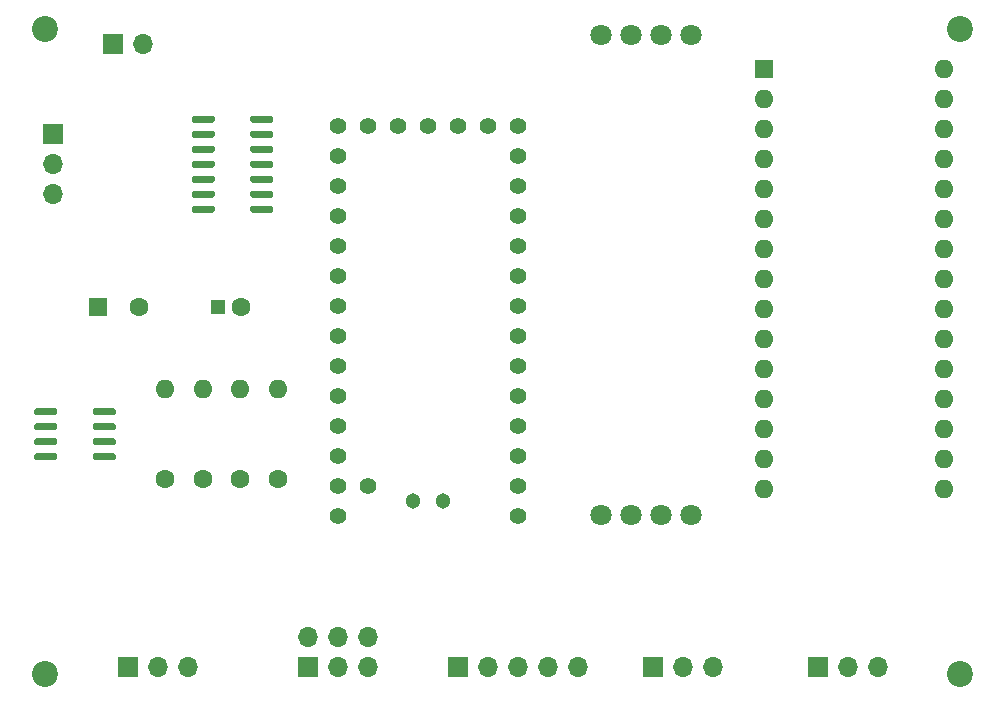
<source format=gbr>
%TF.GenerationSoftware,KiCad,Pcbnew,5.1.10*%
%TF.CreationDate,2021-07-23T12:05:05+02:00*%
%TF.ProjectId,kicad,6b696361-642e-46b6-9963-61645f706362,rev?*%
%TF.SameCoordinates,Original*%
%TF.FileFunction,Soldermask,Top*%
%TF.FilePolarity,Negative*%
%FSLAX46Y46*%
G04 Gerber Fmt 4.6, Leading zero omitted, Abs format (unit mm)*
G04 Created by KiCad (PCBNEW 5.1.10) date 2021-07-23 12:05:05*
%MOMM*%
%LPD*%
G01*
G04 APERTURE LIST*
%ADD10C,2.200000*%
%ADD11C,1.404000*%
%ADD12C,1.304000*%
%ADD13O,1.600000X1.600000*%
%ADD14C,1.600000*%
%ADD15O,1.700000X1.700000*%
%ADD16R,1.700000X1.700000*%
%ADD17C,1.800000*%
%ADD18R,1.300000X1.300000*%
%ADD19R,1.600000X1.600000*%
G04 APERTURE END LIST*
D10*
%TO.C,REF\u002A\u002A*%
X127635000Y-26035000D03*
%TD*%
%TO.C,REF\u002A\u002A*%
X127635000Y-80645000D03*
%TD*%
%TO.C,REF\u002A\u002A*%
X205105000Y-80645000D03*
%TD*%
%TO.C,REF\u002A\u002A*%
X205105000Y-26035000D03*
%TD*%
D11*
%TO.C,U1*%
X167640000Y-36773400D03*
X152400000Y-67253400D03*
X154940000Y-64713400D03*
X152400000Y-64713400D03*
X152400000Y-62173400D03*
X152400000Y-59633400D03*
X152400000Y-57093400D03*
X152400000Y-54553400D03*
X152400000Y-52013400D03*
X152400000Y-49473400D03*
X152400000Y-46933400D03*
X152400000Y-44393400D03*
X152400000Y-41853400D03*
X152400000Y-39313400D03*
X152400000Y-36773400D03*
X152400000Y-34233400D03*
X154940000Y-34233400D03*
X157480000Y-34233400D03*
X160020000Y-34233400D03*
X162560000Y-34233400D03*
X165100000Y-34233400D03*
X167640000Y-34233400D03*
X167640000Y-39313400D03*
X167640000Y-41853400D03*
X167640000Y-44393400D03*
X167640000Y-46933400D03*
X167640000Y-49473400D03*
X167640000Y-52013400D03*
X167640000Y-54553400D03*
X167640000Y-57093400D03*
X167640000Y-59633400D03*
X167640000Y-62173400D03*
D12*
X161290000Y-65983400D03*
X158750000Y-65983400D03*
D11*
X167640000Y-64713400D03*
X167640000Y-67253400D03*
%TD*%
D13*
%TO.C,R4*%
X147320000Y-56515000D03*
D14*
X147320000Y-64135000D03*
%TD*%
D13*
%TO.C,R3*%
X144145000Y-56515000D03*
D14*
X144145000Y-64135000D03*
%TD*%
D13*
%TO.C,R2*%
X140970000Y-56515000D03*
D14*
X140970000Y-64135000D03*
%TD*%
D13*
%TO.C,R1*%
X137795000Y-56515000D03*
D14*
X137795000Y-64135000D03*
%TD*%
D15*
%TO.C,SW2*%
X154940000Y-77470000D03*
X154940000Y-80010000D03*
X152400000Y-77470000D03*
X152400000Y-80010000D03*
X149860000Y-77470000D03*
D16*
X149860000Y-80010000D03*
%TD*%
D15*
%TO.C,RV1*%
X139700000Y-80010000D03*
X137160000Y-80010000D03*
D16*
X134620000Y-80010000D03*
%TD*%
D15*
%TO.C,J5*%
X184150000Y-80010000D03*
X181610000Y-80010000D03*
D16*
X179070000Y-80010000D03*
%TD*%
D15*
%TO.C,J4*%
X198120000Y-80010000D03*
X195580000Y-80010000D03*
D16*
X193040000Y-80010000D03*
%TD*%
D15*
%TO.C,J3*%
X135890000Y-27305000D03*
D16*
X133350000Y-27305000D03*
%TD*%
D15*
%TO.C,J2*%
X128270000Y-40005000D03*
X128270000Y-37465000D03*
D16*
X128270000Y-34925000D03*
%TD*%
D15*
%TO.C,J1*%
X172720000Y-80010000D03*
X170180000Y-80010000D03*
X167640000Y-80010000D03*
X165100000Y-80010000D03*
D16*
X162560000Y-80010000D03*
%TD*%
D17*
%TO.C,U4*%
X182340000Y-67185000D03*
X182340000Y-26545000D03*
X179800000Y-67185000D03*
X179800000Y-26545000D03*
X177260000Y-67185000D03*
X177260000Y-26545000D03*
X174720000Y-67185000D03*
X174720000Y-26545000D03*
%TD*%
%TO.C,U3*%
G36*
G01*
X131675000Y-58570000D02*
X131675000Y-58270000D01*
G75*
G02*
X131825000Y-58120000I150000J0D01*
G01*
X133475000Y-58120000D01*
G75*
G02*
X133625000Y-58270000I0J-150000D01*
G01*
X133625000Y-58570000D01*
G75*
G02*
X133475000Y-58720000I-150000J0D01*
G01*
X131825000Y-58720000D01*
G75*
G02*
X131675000Y-58570000I0J150000D01*
G01*
G37*
G36*
G01*
X131675000Y-59840000D02*
X131675000Y-59540000D01*
G75*
G02*
X131825000Y-59390000I150000J0D01*
G01*
X133475000Y-59390000D01*
G75*
G02*
X133625000Y-59540000I0J-150000D01*
G01*
X133625000Y-59840000D01*
G75*
G02*
X133475000Y-59990000I-150000J0D01*
G01*
X131825000Y-59990000D01*
G75*
G02*
X131675000Y-59840000I0J150000D01*
G01*
G37*
G36*
G01*
X131675000Y-61110000D02*
X131675000Y-60810000D01*
G75*
G02*
X131825000Y-60660000I150000J0D01*
G01*
X133475000Y-60660000D01*
G75*
G02*
X133625000Y-60810000I0J-150000D01*
G01*
X133625000Y-61110000D01*
G75*
G02*
X133475000Y-61260000I-150000J0D01*
G01*
X131825000Y-61260000D01*
G75*
G02*
X131675000Y-61110000I0J150000D01*
G01*
G37*
G36*
G01*
X131675000Y-62380000D02*
X131675000Y-62080000D01*
G75*
G02*
X131825000Y-61930000I150000J0D01*
G01*
X133475000Y-61930000D01*
G75*
G02*
X133625000Y-62080000I0J-150000D01*
G01*
X133625000Y-62380000D01*
G75*
G02*
X133475000Y-62530000I-150000J0D01*
G01*
X131825000Y-62530000D01*
G75*
G02*
X131675000Y-62380000I0J150000D01*
G01*
G37*
G36*
G01*
X126725000Y-62380000D02*
X126725000Y-62080000D01*
G75*
G02*
X126875000Y-61930000I150000J0D01*
G01*
X128525000Y-61930000D01*
G75*
G02*
X128675000Y-62080000I0J-150000D01*
G01*
X128675000Y-62380000D01*
G75*
G02*
X128525000Y-62530000I-150000J0D01*
G01*
X126875000Y-62530000D01*
G75*
G02*
X126725000Y-62380000I0J150000D01*
G01*
G37*
G36*
G01*
X126725000Y-61110000D02*
X126725000Y-60810000D01*
G75*
G02*
X126875000Y-60660000I150000J0D01*
G01*
X128525000Y-60660000D01*
G75*
G02*
X128675000Y-60810000I0J-150000D01*
G01*
X128675000Y-61110000D01*
G75*
G02*
X128525000Y-61260000I-150000J0D01*
G01*
X126875000Y-61260000D01*
G75*
G02*
X126725000Y-61110000I0J150000D01*
G01*
G37*
G36*
G01*
X126725000Y-59840000D02*
X126725000Y-59540000D01*
G75*
G02*
X126875000Y-59390000I150000J0D01*
G01*
X128525000Y-59390000D01*
G75*
G02*
X128675000Y-59540000I0J-150000D01*
G01*
X128675000Y-59840000D01*
G75*
G02*
X128525000Y-59990000I-150000J0D01*
G01*
X126875000Y-59990000D01*
G75*
G02*
X126725000Y-59840000I0J150000D01*
G01*
G37*
G36*
G01*
X126725000Y-58570000D02*
X126725000Y-58270000D01*
G75*
G02*
X126875000Y-58120000I150000J0D01*
G01*
X128525000Y-58120000D01*
G75*
G02*
X128675000Y-58270000I0J-150000D01*
G01*
X128675000Y-58570000D01*
G75*
G02*
X128525000Y-58720000I-150000J0D01*
G01*
X126875000Y-58720000D01*
G75*
G02*
X126725000Y-58570000I0J150000D01*
G01*
G37*
%TD*%
%TO.C,U2*%
G36*
G01*
X145010000Y-33805000D02*
X145010000Y-33505000D01*
G75*
G02*
X145160000Y-33355000I150000J0D01*
G01*
X146810000Y-33355000D01*
G75*
G02*
X146960000Y-33505000I0J-150000D01*
G01*
X146960000Y-33805000D01*
G75*
G02*
X146810000Y-33955000I-150000J0D01*
G01*
X145160000Y-33955000D01*
G75*
G02*
X145010000Y-33805000I0J150000D01*
G01*
G37*
G36*
G01*
X145010000Y-35075000D02*
X145010000Y-34775000D01*
G75*
G02*
X145160000Y-34625000I150000J0D01*
G01*
X146810000Y-34625000D01*
G75*
G02*
X146960000Y-34775000I0J-150000D01*
G01*
X146960000Y-35075000D01*
G75*
G02*
X146810000Y-35225000I-150000J0D01*
G01*
X145160000Y-35225000D01*
G75*
G02*
X145010000Y-35075000I0J150000D01*
G01*
G37*
G36*
G01*
X145010000Y-36345000D02*
X145010000Y-36045000D01*
G75*
G02*
X145160000Y-35895000I150000J0D01*
G01*
X146810000Y-35895000D01*
G75*
G02*
X146960000Y-36045000I0J-150000D01*
G01*
X146960000Y-36345000D01*
G75*
G02*
X146810000Y-36495000I-150000J0D01*
G01*
X145160000Y-36495000D01*
G75*
G02*
X145010000Y-36345000I0J150000D01*
G01*
G37*
G36*
G01*
X145010000Y-37615000D02*
X145010000Y-37315000D01*
G75*
G02*
X145160000Y-37165000I150000J0D01*
G01*
X146810000Y-37165000D01*
G75*
G02*
X146960000Y-37315000I0J-150000D01*
G01*
X146960000Y-37615000D01*
G75*
G02*
X146810000Y-37765000I-150000J0D01*
G01*
X145160000Y-37765000D01*
G75*
G02*
X145010000Y-37615000I0J150000D01*
G01*
G37*
G36*
G01*
X145010000Y-38885000D02*
X145010000Y-38585000D01*
G75*
G02*
X145160000Y-38435000I150000J0D01*
G01*
X146810000Y-38435000D01*
G75*
G02*
X146960000Y-38585000I0J-150000D01*
G01*
X146960000Y-38885000D01*
G75*
G02*
X146810000Y-39035000I-150000J0D01*
G01*
X145160000Y-39035000D01*
G75*
G02*
X145010000Y-38885000I0J150000D01*
G01*
G37*
G36*
G01*
X145010000Y-40155000D02*
X145010000Y-39855000D01*
G75*
G02*
X145160000Y-39705000I150000J0D01*
G01*
X146810000Y-39705000D01*
G75*
G02*
X146960000Y-39855000I0J-150000D01*
G01*
X146960000Y-40155000D01*
G75*
G02*
X146810000Y-40305000I-150000J0D01*
G01*
X145160000Y-40305000D01*
G75*
G02*
X145010000Y-40155000I0J150000D01*
G01*
G37*
G36*
G01*
X145010000Y-41425000D02*
X145010000Y-41125000D01*
G75*
G02*
X145160000Y-40975000I150000J0D01*
G01*
X146810000Y-40975000D01*
G75*
G02*
X146960000Y-41125000I0J-150000D01*
G01*
X146960000Y-41425000D01*
G75*
G02*
X146810000Y-41575000I-150000J0D01*
G01*
X145160000Y-41575000D01*
G75*
G02*
X145010000Y-41425000I0J150000D01*
G01*
G37*
G36*
G01*
X140060000Y-41425000D02*
X140060000Y-41125000D01*
G75*
G02*
X140210000Y-40975000I150000J0D01*
G01*
X141860000Y-40975000D01*
G75*
G02*
X142010000Y-41125000I0J-150000D01*
G01*
X142010000Y-41425000D01*
G75*
G02*
X141860000Y-41575000I-150000J0D01*
G01*
X140210000Y-41575000D01*
G75*
G02*
X140060000Y-41425000I0J150000D01*
G01*
G37*
G36*
G01*
X140060000Y-40155000D02*
X140060000Y-39855000D01*
G75*
G02*
X140210000Y-39705000I150000J0D01*
G01*
X141860000Y-39705000D01*
G75*
G02*
X142010000Y-39855000I0J-150000D01*
G01*
X142010000Y-40155000D01*
G75*
G02*
X141860000Y-40305000I-150000J0D01*
G01*
X140210000Y-40305000D01*
G75*
G02*
X140060000Y-40155000I0J150000D01*
G01*
G37*
G36*
G01*
X140060000Y-38885000D02*
X140060000Y-38585000D01*
G75*
G02*
X140210000Y-38435000I150000J0D01*
G01*
X141860000Y-38435000D01*
G75*
G02*
X142010000Y-38585000I0J-150000D01*
G01*
X142010000Y-38885000D01*
G75*
G02*
X141860000Y-39035000I-150000J0D01*
G01*
X140210000Y-39035000D01*
G75*
G02*
X140060000Y-38885000I0J150000D01*
G01*
G37*
G36*
G01*
X140060000Y-37615000D02*
X140060000Y-37315000D01*
G75*
G02*
X140210000Y-37165000I150000J0D01*
G01*
X141860000Y-37165000D01*
G75*
G02*
X142010000Y-37315000I0J-150000D01*
G01*
X142010000Y-37615000D01*
G75*
G02*
X141860000Y-37765000I-150000J0D01*
G01*
X140210000Y-37765000D01*
G75*
G02*
X140060000Y-37615000I0J150000D01*
G01*
G37*
G36*
G01*
X140060000Y-36345000D02*
X140060000Y-36045000D01*
G75*
G02*
X140210000Y-35895000I150000J0D01*
G01*
X141860000Y-35895000D01*
G75*
G02*
X142010000Y-36045000I0J-150000D01*
G01*
X142010000Y-36345000D01*
G75*
G02*
X141860000Y-36495000I-150000J0D01*
G01*
X140210000Y-36495000D01*
G75*
G02*
X140060000Y-36345000I0J150000D01*
G01*
G37*
G36*
G01*
X140060000Y-35075000D02*
X140060000Y-34775000D01*
G75*
G02*
X140210000Y-34625000I150000J0D01*
G01*
X141860000Y-34625000D01*
G75*
G02*
X142010000Y-34775000I0J-150000D01*
G01*
X142010000Y-35075000D01*
G75*
G02*
X141860000Y-35225000I-150000J0D01*
G01*
X140210000Y-35225000D01*
G75*
G02*
X140060000Y-35075000I0J150000D01*
G01*
G37*
G36*
G01*
X140060000Y-33805000D02*
X140060000Y-33505000D01*
G75*
G02*
X140210000Y-33355000I150000J0D01*
G01*
X141860000Y-33355000D01*
G75*
G02*
X142010000Y-33505000I0J-150000D01*
G01*
X142010000Y-33805000D01*
G75*
G02*
X141860000Y-33955000I-150000J0D01*
G01*
X140210000Y-33955000D01*
G75*
G02*
X140060000Y-33805000I0J150000D01*
G01*
G37*
%TD*%
D18*
%TO.C,C2*%
X142240000Y-49530000D03*
D14*
X144240000Y-49530000D03*
%TD*%
%TO.C,C1*%
X135580000Y-49530000D03*
D19*
X132080000Y-49530000D03*
%TD*%
D13*
%TO.C,A1*%
X203770000Y-64925000D03*
X188530000Y-64925000D03*
X203770000Y-29365000D03*
X188530000Y-62385000D03*
X203770000Y-31905000D03*
X188530000Y-59845000D03*
X203770000Y-34445000D03*
X188530000Y-57305000D03*
X203770000Y-36985000D03*
X188530000Y-54765000D03*
X203770000Y-39525000D03*
X188530000Y-52225000D03*
X203770000Y-42065000D03*
X188530000Y-49685000D03*
X203770000Y-44605000D03*
X188530000Y-47145000D03*
X203770000Y-47145000D03*
X188530000Y-44605000D03*
X203770000Y-49685000D03*
X188530000Y-42065000D03*
X203770000Y-52225000D03*
X188530000Y-39525000D03*
X203770000Y-54765000D03*
X188530000Y-36985000D03*
X203770000Y-57305000D03*
X188530000Y-34445000D03*
X203770000Y-59845000D03*
X188530000Y-31905000D03*
X203770000Y-62385000D03*
D19*
X188530000Y-29365000D03*
%TD*%
M02*

</source>
